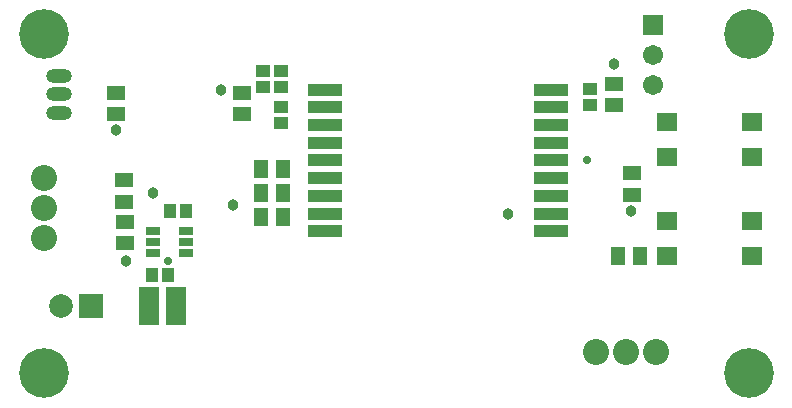
<source format=gts>
G04 Layer_Color=8388736*
%FSAX24Y24*%
%MOIN*%
G70*
G01*
G75*
%ADD37R,0.1182X0.0434*%
%ADD38R,0.0493X0.0631*%
%ADD39R,0.0710X0.0631*%
%ADD40R,0.0631X0.0493*%
%ADD41R,0.0474X0.0434*%
%ADD42R,0.0513X0.0316*%
%ADD43R,0.0680X0.1280*%
%ADD44R,0.0434X0.0474*%
%ADD45C,0.0671*%
%ADD46R,0.0671X0.0671*%
%ADD47O,0.0867X0.0474*%
%ADD48O,0.0867X0.0474*%
%ADD49C,0.1655*%
%ADD50C,0.0867*%
%ADD51C,0.0789*%
%ADD52R,0.0789X0.0789*%
%ADD53C,0.0380*%
%ADD54C,0.0280*%
D37*
X017903Y010462D02*
D03*
Y009872D02*
D03*
Y009281D02*
D03*
Y008691D02*
D03*
Y008100D02*
D03*
Y007509D02*
D03*
Y006919D02*
D03*
Y006328D02*
D03*
Y005738D02*
D03*
X010383D02*
D03*
Y006328D02*
D03*
Y006919D02*
D03*
Y007509D02*
D03*
Y008100D02*
D03*
Y008691D02*
D03*
Y009281D02*
D03*
Y009872D02*
D03*
Y010462D02*
D03*
D38*
X020136Y004900D02*
D03*
X020864D02*
D03*
X008964Y006200D02*
D03*
X008236D02*
D03*
X008964Y007000D02*
D03*
X008236D02*
D03*
X008964Y007800D02*
D03*
X008236D02*
D03*
D39*
X021783Y008209D02*
D03*
X024617D02*
D03*
X021783Y009391D02*
D03*
X024617D02*
D03*
X021783Y004909D02*
D03*
X024617D02*
D03*
X021783Y006091D02*
D03*
X024617D02*
D03*
D40*
X020000Y009936D02*
D03*
Y010664D02*
D03*
X007600Y009636D02*
D03*
Y010364D02*
D03*
X020622Y006950D02*
D03*
Y007678D02*
D03*
X003400Y009636D02*
D03*
Y010364D02*
D03*
X003700Y006064D02*
D03*
Y005336D02*
D03*
X003690Y007454D02*
D03*
Y006726D02*
D03*
D41*
X019200Y010466D02*
D03*
Y009934D02*
D03*
X008900Y011066D02*
D03*
Y010534D02*
D03*
Y009334D02*
D03*
Y009866D02*
D03*
X008300Y011066D02*
D03*
Y010534D02*
D03*
D42*
X004640Y005002D02*
D03*
Y005376D02*
D03*
Y005750D02*
D03*
X005742D02*
D03*
Y005376D02*
D03*
Y005002D02*
D03*
D43*
X004510Y003250D02*
D03*
X005410D02*
D03*
D44*
X005156Y004290D02*
D03*
X004624D02*
D03*
X005214Y006420D02*
D03*
X005746D02*
D03*
D45*
X021300Y010600D02*
D03*
Y011600D02*
D03*
D46*
Y012600D02*
D03*
D47*
X001500Y010930D02*
D03*
Y010300D02*
D03*
D48*
Y009670D02*
D03*
D49*
X024500Y001000D02*
D03*
X001000D02*
D03*
X024500Y012300D02*
D03*
X001000D02*
D03*
D50*
X019400Y001700D02*
D03*
X020400D02*
D03*
X021400D02*
D03*
X001000Y007500D02*
D03*
Y006500D02*
D03*
Y005500D02*
D03*
D51*
X001580Y003260D02*
D03*
D52*
X002564D02*
D03*
D53*
X020000Y011300D02*
D03*
X020572Y006428D02*
D03*
X016472Y006328D02*
D03*
X003400Y009100D02*
D03*
X003756Y004744D02*
D03*
X007300Y006600D02*
D03*
X006900Y010462D02*
D03*
X004634Y007000D02*
D03*
D54*
X019100Y008100D02*
D03*
X005156Y004744D02*
D03*
M02*

</source>
